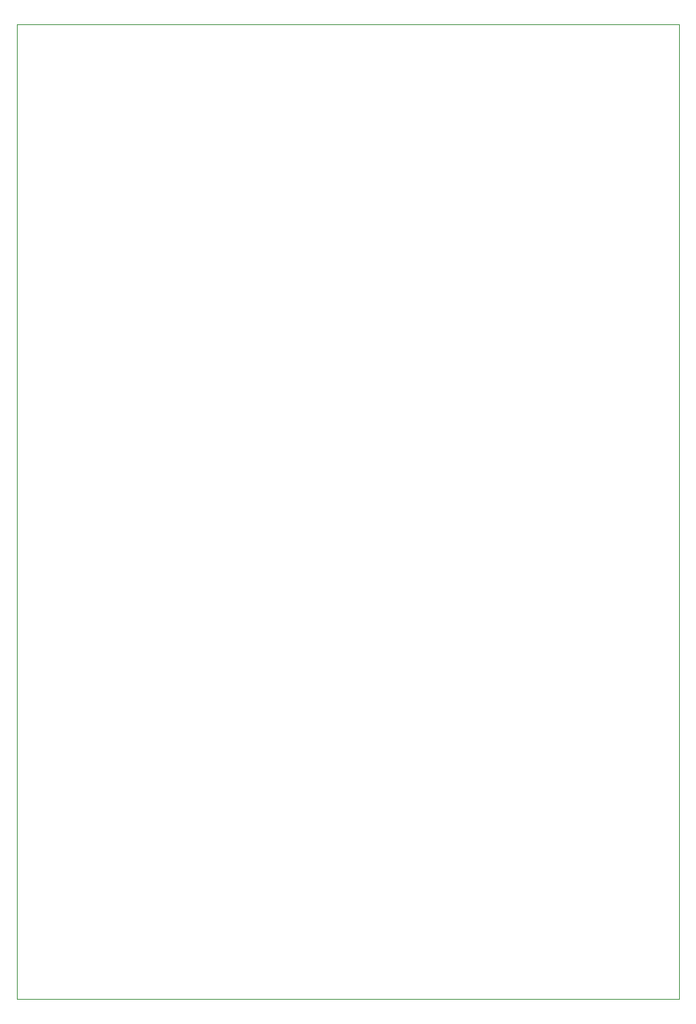
<source format=gbr>
%TF.GenerationSoftware,KiCad,Pcbnew,7.0.2*%
%TF.CreationDate,2023-05-21T17:51:27-07:00*%
%TF.ProjectId,IOBoard_ATSAMD21,494f426f-6172-4645-9f41-5453414d4432,rev?*%
%TF.SameCoordinates,Original*%
%TF.FileFunction,Profile,NP*%
%FSLAX46Y46*%
G04 Gerber Fmt 4.6, Leading zero omitted, Abs format (unit mm)*
G04 Created by KiCad (PCBNEW 7.0.2) date 2023-05-21 17:51:27*
%MOMM*%
%LPD*%
G01*
G04 APERTURE LIST*
%TA.AperFunction,Profile*%
%ADD10C,0.100000*%
%TD*%
G04 APERTURE END LIST*
D10*
X50000000Y-58250000D02*
X126200000Y-58250000D01*
X126200000Y-170250000D01*
X50000000Y-170250000D01*
X50000000Y-58250000D01*
M02*

</source>
